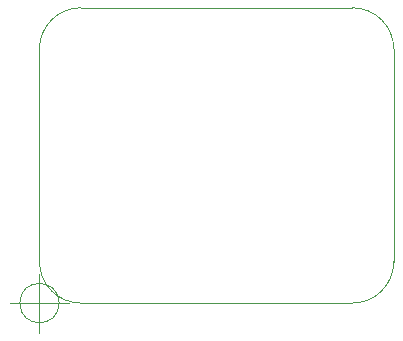
<source format=gbr>
G04 #@! TF.GenerationSoftware,KiCad,Pcbnew,(5.1.4)-1*
G04 #@! TF.CreationDate,2021-01-17T18:18:24-03:30*
G04 #@! TF.ProjectId,RGB_Breakout,5247425f-4272-4656-916b-6f75742e6b69,V1.0*
G04 #@! TF.SameCoordinates,Original*
G04 #@! TF.FileFunction,Profile,NP*
%FSLAX46Y46*%
G04 Gerber Fmt 4.6, Leading zero omitted, Abs format (unit mm)*
G04 Created by KiCad (PCBNEW (5.1.4)-1) date 2021-01-17 18:18:24*
%MOMM*%
%LPD*%
G04 APERTURE LIST*
%ADD10C,0.050000*%
G04 APERTURE END LIST*
D10*
X76500000Y-125000000D02*
X53500000Y-125000000D01*
X50000000Y-133500000D02*
X50000000Y-128500000D01*
X80000000Y-128500000D02*
X80000000Y-146500000D01*
X50000000Y-128500000D02*
G75*
G02X53500000Y-125000000I3500000J0D01*
G01*
X76500000Y-125000000D02*
G75*
G02X80000000Y-128500000I0J-3500000D01*
G01*
X80000000Y-146500000D02*
G75*
G02X76500000Y-150000000I-3500000J0D01*
G01*
X53500000Y-150000000D02*
G75*
G02X50000000Y-146500000I0J3500000D01*
G01*
X50000000Y-133500000D02*
X50000000Y-146500000D01*
X53500000Y-150000000D02*
X76500000Y-150000000D01*
X51666666Y-150000000D02*
G75*
G03X51666666Y-150000000I-1666666J0D01*
G01*
X47500000Y-150000000D02*
X52500000Y-150000000D01*
X50000000Y-147500000D02*
X50000000Y-152500000D01*
M02*

</source>
